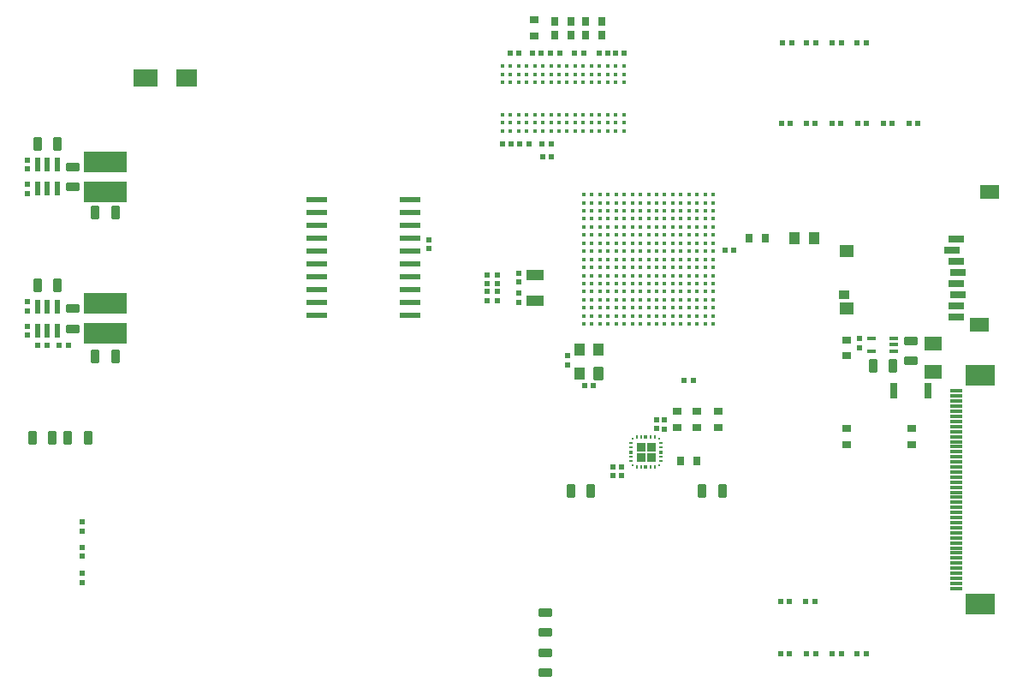
<source format=gbr>
G04 #@! TF.GenerationSoftware,KiCad,Pcbnew,(5.99.0-10577-g57d4347f00)*
G04 #@! TF.CreationDate,2021-05-20T13:19:23+03:00*
G04 #@! TF.ProjectId,imx6ull_tryout,696d7836-756c-46c5-9f74-72796f75742e,rev?*
G04 #@! TF.SameCoordinates,Original*
G04 #@! TF.FileFunction,Paste,Top*
G04 #@! TF.FilePolarity,Positive*
%FSLAX46Y46*%
G04 Gerber Fmt 4.6, Leading zero omitted, Abs format (unit mm)*
G04 Created by KiCad (PCBNEW (5.99.0-10577-g57d4347f00)) date 2021-05-20 13:19:23*
%MOMM*%
%LPD*%
G01*
G04 APERTURE LIST*
G04 Aperture macros list*
%AMRoundRect*
0 Rectangle with rounded corners*
0 $1 Rounding radius*
0 $2 $3 $4 $5 $6 $7 $8 $9 X,Y pos of 4 corners*
0 Add a 4 corners polygon primitive as box body*
4,1,4,$2,$3,$4,$5,$6,$7,$8,$9,$2,$3,0*
0 Add four circle primitives for the rounded corners*
1,1,$1+$1,$2,$3*
1,1,$1+$1,$4,$5*
1,1,$1+$1,$6,$7*
1,1,$1+$1,$8,$9*
0 Add four rect primitives between the rounded corners*
20,1,$1+$1,$2,$3,$4,$5,0*
20,1,$1+$1,$4,$5,$6,$7,0*
20,1,$1+$1,$6,$7,$8,$9,0*
20,1,$1+$1,$8,$9,$2,$3,0*%
G04 Aperture macros list end*
%ADD10C,0.010000*%
%ADD11RoundRect,0.050000X-0.200000X-0.225000X0.200000X-0.225000X0.200000X0.225000X-0.200000X0.225000X0*%
%ADD12RoundRect,0.070000X-0.280000X-0.380000X0.280000X-0.380000X0.280000X0.380000X-0.280000X0.380000X0*%
%ADD13RoundRect,0.050000X-0.225000X0.200000X-0.225000X-0.200000X0.225000X-0.200000X0.225000X0.200000X0*%
%ADD14R,0.800000X0.900000*%
%ADD15RoundRect,0.070000X0.380000X-0.280000X0.380000X0.280000X-0.380000X0.280000X-0.380000X-0.280000X0*%
%ADD16RoundRect,0.050000X0.225000X-0.200000X0.225000X0.200000X-0.225000X0.200000X-0.225000X-0.200000X0*%
%ADD17RoundRect,0.090000X0.360000X0.560000X-0.360000X0.560000X-0.360000X-0.560000X0.360000X-0.560000X0*%
%ADD18R,4.200000X2.000000*%
%ADD19R,1.700000X1.400000*%
%ADD20RoundRect,0.050000X0.200000X0.225000X-0.200000X0.225000X-0.200000X-0.225000X0.200000X-0.225000X0*%
%ADD21RoundRect,0.090000X-0.360000X-0.560000X0.360000X-0.560000X0.360000X0.560000X-0.360000X0.560000X0*%
%ADD22R,0.900000X0.800000*%
%ADD23C,0.430000*%
%ADD24RoundRect,0.110000X0.440000X-0.540000X0.440000X0.540000X-0.440000X0.540000X-0.440000X-0.540000X0*%
%ADD25R,1.100000X1.300000*%
%ADD26C,0.370000*%
%ADD27RoundRect,0.090000X-0.560000X0.360000X-0.560000X-0.360000X0.560000X-0.360000X0.560000X0.360000X0*%
%ADD28R,1.500000X0.800000*%
%ADD29R,1.000000X0.950000*%
%ADD30R,1.900000X1.400000*%
%ADD31R,1.400000X1.300000*%
%ADD32R,2.000000X0.600000*%
%ADD33R,0.800000X1.600000*%
%ADD34R,0.533000X1.473000*%
%ADD35R,0.900000X0.400000*%
%ADD36RoundRect,0.090000X0.560000X-0.360000X0.560000X0.360000X-0.560000X0.360000X-0.560000X-0.360000X0*%
%ADD37R,2.000000X1.750000*%
%ADD38R,2.400000X1.750000*%
%ADD39R,0.450000X0.200000*%
%ADD40R,0.450000X0.400000*%
%ADD41R,0.250000X0.250000*%
%ADD42R,0.200000X0.450000*%
%ADD43R,0.400000X0.450000*%
%ADD44R,1.250000X0.300000*%
%ADD45R,3.000000X2.000000*%
%ADD46R,1.800000X1.000000*%
G04 APERTURE END LIST*
D10*
X140540000Y-117040000D02*
X141295000Y-117040000D01*
X141295000Y-117040000D02*
X141295000Y-117795000D01*
X141295000Y-117795000D02*
X140540000Y-117795000D01*
X140540000Y-117795000D02*
X140540000Y-117040000D01*
G36*
X141295000Y-117795000D02*
G01*
X140540000Y-117795000D01*
X140540000Y-117040000D01*
X141295000Y-117040000D01*
X141295000Y-117795000D01*
G37*
X141295000Y-117795000D02*
X140540000Y-117795000D01*
X140540000Y-117040000D01*
X141295000Y-117040000D01*
X141295000Y-117795000D01*
X139585000Y-116085000D02*
X140340000Y-116085000D01*
X140340000Y-116085000D02*
X140340000Y-116840000D01*
X140340000Y-116840000D02*
X139585000Y-116840000D01*
X139585000Y-116840000D02*
X139585000Y-116085000D01*
G36*
X140340000Y-116840000D02*
G01*
X139585000Y-116840000D01*
X139585000Y-116085000D01*
X140340000Y-116085000D01*
X140340000Y-116840000D01*
G37*
X140340000Y-116840000D02*
X139585000Y-116840000D01*
X139585000Y-116085000D01*
X140340000Y-116085000D01*
X140340000Y-116840000D01*
X139585000Y-117040000D02*
X140340000Y-117040000D01*
X140340000Y-117040000D02*
X140340000Y-117795000D01*
X140340000Y-117795000D02*
X139585000Y-117795000D01*
X139585000Y-117795000D02*
X139585000Y-117040000D01*
G36*
X140340000Y-117795000D02*
G01*
X139585000Y-117795000D01*
X139585000Y-117040000D01*
X140340000Y-117040000D01*
X140340000Y-117795000D01*
G37*
X140340000Y-117795000D02*
X139585000Y-117795000D01*
X139585000Y-117040000D01*
X140340000Y-117040000D01*
X140340000Y-117795000D01*
X140540000Y-116085000D02*
X141295000Y-116085000D01*
X141295000Y-116085000D02*
X141295000Y-116840000D01*
X141295000Y-116840000D02*
X140540000Y-116840000D01*
X140540000Y-116840000D02*
X140540000Y-116085000D01*
G36*
X141295000Y-116840000D02*
G01*
X140540000Y-116840000D01*
X140540000Y-116085000D01*
X141295000Y-116085000D01*
X141295000Y-116840000D01*
G37*
X141295000Y-116840000D02*
X140540000Y-116840000D01*
X140540000Y-116085000D01*
X141295000Y-116085000D01*
X141295000Y-116840000D01*
D11*
X148250000Y-97000000D03*
X149150000Y-97000000D03*
X156250000Y-131700000D03*
X157150000Y-131700000D03*
D12*
X134450000Y-75750000D03*
X136050000Y-75750000D03*
D11*
X153950000Y-76500000D03*
X154850000Y-76500000D03*
D13*
X132700000Y-107450000D03*
X132700000Y-108350000D03*
D14*
X134450000Y-74350000D03*
X136050000Y-74350000D03*
D15*
X129400000Y-75850000D03*
X129400000Y-74250000D03*
D16*
X141515000Y-114640000D03*
X141515000Y-113740000D03*
D14*
X131450000Y-74350000D03*
X133050000Y-74350000D03*
D13*
X124750000Y-101100000D03*
X124750000Y-102000000D03*
X119000000Y-95950000D03*
X119000000Y-96850000D03*
D17*
X135000000Y-120750000D03*
X133000000Y-120750000D03*
D11*
X130210000Y-87800000D03*
X131110000Y-87800000D03*
D18*
X87000000Y-91250000D03*
X87000000Y-88250000D03*
D11*
X127950000Y-86500000D03*
X128850000Y-86500000D03*
D17*
X164891291Y-108400000D03*
X162891291Y-108400000D03*
D13*
X138000000Y-118390000D03*
X138000000Y-119290000D03*
D19*
X168828791Y-109000000D03*
X168828791Y-106200000D03*
D13*
X125750000Y-101100000D03*
X125750000Y-102000000D03*
D20*
X135250000Y-110400000D03*
X134350000Y-110400000D03*
D21*
X146000000Y-120750000D03*
X148000000Y-120750000D03*
D22*
X147600000Y-112900000D03*
X147600000Y-114500000D03*
D13*
X137200000Y-118390000D03*
X137200000Y-119290000D03*
D23*
X126250000Y-85200000D03*
X126250000Y-84400000D03*
X126250000Y-83600000D03*
X126250000Y-80400000D03*
X126250000Y-79600000D03*
X126250000Y-78800000D03*
X127050000Y-85200000D03*
X127050000Y-84400000D03*
X127050000Y-83600000D03*
X127050000Y-80400000D03*
X127050000Y-79600000D03*
X127050000Y-78800000D03*
X127850000Y-85200000D03*
X127850000Y-84400000D03*
X127850000Y-83600000D03*
X127850000Y-80400000D03*
X127850000Y-79600000D03*
X127850000Y-78800000D03*
X128650000Y-85200000D03*
X128650000Y-84400000D03*
X128650000Y-83600000D03*
X128650000Y-80400000D03*
X128650000Y-79600000D03*
X128650000Y-78800000D03*
X129450000Y-85200000D03*
X129450000Y-84400000D03*
X129450000Y-83600000D03*
X129450000Y-80400000D03*
X129450000Y-79600000D03*
X129450000Y-78800000D03*
X130250000Y-85200000D03*
X130250000Y-84400000D03*
X130250000Y-83600000D03*
X130250000Y-80400000D03*
X130250000Y-79600000D03*
X130250000Y-78800000D03*
X131050000Y-85200000D03*
X131050000Y-84400000D03*
X131050000Y-83600000D03*
X131050000Y-80400000D03*
X131050000Y-79600000D03*
X131050000Y-78800000D03*
X131850000Y-85200000D03*
X131850000Y-84400000D03*
X131850000Y-83600000D03*
X131850000Y-80400000D03*
X131850000Y-79600000D03*
X131850000Y-78800000D03*
X132650000Y-85200000D03*
X132650000Y-84400000D03*
X132650000Y-83600000D03*
X132650000Y-80400000D03*
X132650000Y-79600000D03*
X132650000Y-78800000D03*
X133450000Y-85200000D03*
X133450000Y-84400000D03*
X133450000Y-83600000D03*
X133450000Y-80400000D03*
X133450000Y-79600000D03*
X133450000Y-78800000D03*
X134250000Y-85200000D03*
X134250000Y-84400000D03*
X134250000Y-83600000D03*
X134250000Y-80400000D03*
X134250000Y-79600000D03*
X134250000Y-78800000D03*
X135050000Y-85200000D03*
X135050000Y-84400000D03*
X135050000Y-83600000D03*
X135050000Y-80400000D03*
X135050000Y-79600000D03*
X135050000Y-78800000D03*
X135850000Y-85200000D03*
X135850000Y-84400000D03*
X135850000Y-83600000D03*
X135850000Y-80400000D03*
X135850000Y-79600000D03*
X135850000Y-78800000D03*
X136650000Y-85200000D03*
X136650000Y-84400000D03*
X136650000Y-83600000D03*
X136650000Y-80400000D03*
X136650000Y-79600000D03*
X136650000Y-78800000D03*
X137450000Y-85200000D03*
X137450000Y-84400000D03*
X137450000Y-83600000D03*
X137450000Y-80400000D03*
X137450000Y-79600000D03*
X137450000Y-78800000D03*
X138250000Y-85200000D03*
X138250000Y-84400000D03*
X138250000Y-83600000D03*
X138250000Y-80400000D03*
X138250000Y-79600000D03*
X138250000Y-78800000D03*
D20*
X164812500Y-84500000D03*
X163912500Y-84500000D03*
D15*
X160328791Y-107450000D03*
X160328791Y-105850000D03*
D20*
X145150000Y-109900000D03*
X144250000Y-109900000D03*
D11*
X153750000Y-131700000D03*
X154650000Y-131700000D03*
X80308500Y-106433500D03*
X81208500Y-106433500D03*
D24*
X135750000Y-109150000D03*
D25*
X135750000Y-106850000D03*
X133850000Y-106850000D03*
X133850000Y-109150000D03*
D26*
X147100000Y-91500000D03*
X147100000Y-92300000D03*
X147100000Y-93100000D03*
X147100000Y-93900000D03*
X147100000Y-94700000D03*
X147100000Y-95500000D03*
X147100000Y-96300000D03*
X147100000Y-97100000D03*
X147100000Y-97900000D03*
X147100000Y-98700000D03*
X147100000Y-99500000D03*
X147100000Y-100300000D03*
X147100000Y-101100000D03*
X147100000Y-101900000D03*
X147100000Y-102700000D03*
X147100000Y-103500000D03*
X147100000Y-104300000D03*
X146300000Y-91500000D03*
X146300000Y-92300000D03*
X146300000Y-93100000D03*
X146300000Y-93900000D03*
X146300000Y-94700000D03*
X146300000Y-95500000D03*
X146300000Y-96300000D03*
X146300000Y-97100000D03*
X146300000Y-97900000D03*
X146300000Y-98700000D03*
X146300000Y-99500000D03*
X146300000Y-100300000D03*
X146300000Y-101100000D03*
X146300000Y-101900000D03*
X146300000Y-102700000D03*
X146300000Y-103500000D03*
X146300000Y-104300000D03*
X145500000Y-91500000D03*
X145500000Y-92300000D03*
X145500000Y-93100000D03*
X145500000Y-93900000D03*
X145500000Y-94700000D03*
X145500000Y-95500000D03*
X145500000Y-96300000D03*
X145500000Y-97100000D03*
X145500000Y-97900000D03*
X145500000Y-98700000D03*
X145500000Y-99500000D03*
X145500000Y-100300000D03*
X145500000Y-101100000D03*
X145500000Y-101900000D03*
X145500000Y-102700000D03*
X145500000Y-103500000D03*
X145500000Y-104300000D03*
X144700000Y-91500000D03*
X144700000Y-92300000D03*
X144700000Y-93100000D03*
X144700000Y-93900000D03*
X144700000Y-94700000D03*
X144700000Y-95500000D03*
X144700000Y-96300000D03*
X144700000Y-97100000D03*
X144700000Y-97900000D03*
X144700000Y-98700000D03*
X144700000Y-99500000D03*
X144700000Y-100300000D03*
X144700000Y-101100000D03*
X144700000Y-101900000D03*
X144700000Y-102700000D03*
X144700000Y-103500000D03*
X144700000Y-104300000D03*
X143900000Y-91500000D03*
X143900000Y-92300000D03*
X143900000Y-93100000D03*
X143900000Y-93900000D03*
X143900000Y-94700000D03*
X143900000Y-95500000D03*
X143900000Y-96300000D03*
X143900000Y-97100000D03*
X143900000Y-97900000D03*
X143900000Y-98700000D03*
X143900000Y-99500000D03*
X143900000Y-100300000D03*
X143900000Y-101100000D03*
X143900000Y-101900000D03*
X143900000Y-102700000D03*
X143900000Y-103500000D03*
X143900000Y-104300000D03*
X143100000Y-91500000D03*
X143100000Y-92300000D03*
X143100000Y-93100000D03*
X143100000Y-93900000D03*
X143100000Y-94700000D03*
X143100000Y-95500000D03*
X143100000Y-96300000D03*
X143100000Y-97100000D03*
X143100000Y-97900000D03*
X143100000Y-98700000D03*
X143100000Y-99500000D03*
X143100000Y-100300000D03*
X143100000Y-101100000D03*
X143100000Y-101900000D03*
X143100000Y-102700000D03*
X143100000Y-103500000D03*
X143100000Y-104300000D03*
X142300000Y-91500000D03*
X142300000Y-92300000D03*
X142300000Y-93100000D03*
X142300000Y-93900000D03*
X142300000Y-94700000D03*
X142300000Y-95500000D03*
X142300000Y-96300000D03*
X142300000Y-97100000D03*
X142300000Y-97900000D03*
X142300000Y-98700000D03*
X142300000Y-99500000D03*
X142300000Y-100300000D03*
X142300000Y-101100000D03*
X142300000Y-101900000D03*
X142300000Y-102700000D03*
X142300000Y-103500000D03*
X142300000Y-104300000D03*
X141500000Y-91500000D03*
X141500000Y-92300000D03*
X141500000Y-93100000D03*
X141500000Y-93900000D03*
X141500000Y-94700000D03*
X141500000Y-95500000D03*
X141500000Y-96300000D03*
X141500000Y-97100000D03*
X141500000Y-97900000D03*
X141500000Y-98700000D03*
X141500000Y-99500000D03*
X141500000Y-100300000D03*
X141500000Y-101100000D03*
X141500000Y-101900000D03*
X141500000Y-102700000D03*
X141500000Y-103500000D03*
X141500000Y-104300000D03*
X140700000Y-91500000D03*
X140700000Y-92300000D03*
X140700000Y-93100000D03*
X140700000Y-93900000D03*
X140700000Y-94700000D03*
X140700000Y-95500000D03*
X140700000Y-96300000D03*
X140700000Y-97100000D03*
X140700000Y-97900000D03*
X140700000Y-98700000D03*
X140700000Y-99500000D03*
X140700000Y-100300000D03*
X140700000Y-101100000D03*
X140700000Y-101900000D03*
X140700000Y-102700000D03*
X140700000Y-103500000D03*
X140700000Y-104300000D03*
X139900000Y-91500000D03*
X139900000Y-92300000D03*
X139900000Y-93100000D03*
X139900000Y-93900000D03*
X139900000Y-94700000D03*
X139900000Y-95500000D03*
X139900000Y-96300000D03*
X139900000Y-97100000D03*
X139900000Y-97900000D03*
X139900000Y-98700000D03*
X139900000Y-99500000D03*
X139900000Y-100300000D03*
X139900000Y-101100000D03*
X139900000Y-101900000D03*
X139900000Y-102700000D03*
X139900000Y-103500000D03*
X139900000Y-104300000D03*
X139100000Y-91500000D03*
X139100000Y-92300000D03*
X139100000Y-93100000D03*
X139100000Y-93900000D03*
X139100000Y-94700000D03*
X139100000Y-95500000D03*
X139100000Y-96300000D03*
X139100000Y-97100000D03*
X139100000Y-97900000D03*
X139100000Y-98700000D03*
X139100000Y-99500000D03*
X139100000Y-100300000D03*
X139100000Y-101100000D03*
X139100000Y-101900000D03*
X139100000Y-102700000D03*
X139100000Y-103500000D03*
X139100000Y-104300000D03*
X138300000Y-91500000D03*
X138300000Y-92300000D03*
X138300000Y-93100000D03*
X138300000Y-93900000D03*
X138300000Y-94700000D03*
X138300000Y-95500000D03*
X138300000Y-96300000D03*
X138300000Y-97100000D03*
X138300000Y-97900000D03*
X138300000Y-98700000D03*
X138300000Y-99500000D03*
X138300000Y-100300000D03*
X138300000Y-101100000D03*
X138300000Y-101900000D03*
X138300000Y-102700000D03*
X138300000Y-103500000D03*
X138300000Y-104300000D03*
X137500000Y-91500000D03*
X137500000Y-92300000D03*
X137500000Y-93100000D03*
X137500000Y-93900000D03*
X137500000Y-94700000D03*
X137500000Y-95500000D03*
X137500000Y-96300000D03*
X137500000Y-97100000D03*
X137500000Y-97900000D03*
X137500000Y-98700000D03*
X137500000Y-99500000D03*
X137500000Y-100300000D03*
X137500000Y-101100000D03*
X137500000Y-101900000D03*
X137500000Y-102700000D03*
X137500000Y-103500000D03*
X137500000Y-104300000D03*
X136700000Y-91500000D03*
X136700000Y-92300000D03*
X136700000Y-93100000D03*
X136700000Y-93900000D03*
X136700000Y-94700000D03*
X136700000Y-95500000D03*
X136700000Y-96300000D03*
X136700000Y-97100000D03*
X136700000Y-97900000D03*
X136700000Y-98700000D03*
X136700000Y-99500000D03*
X136700000Y-100300000D03*
X136700000Y-101100000D03*
X136700000Y-101900000D03*
X136700000Y-102700000D03*
X136700000Y-103500000D03*
X136700000Y-104300000D03*
X135900000Y-91500000D03*
X135900000Y-92300000D03*
X135900000Y-93100000D03*
X135900000Y-93900000D03*
X135900000Y-94700000D03*
X135900000Y-95500000D03*
X135900000Y-96300000D03*
X135900000Y-97100000D03*
X135900000Y-97900000D03*
X135900000Y-98700000D03*
X135900000Y-99500000D03*
X135900000Y-100300000D03*
X135900000Y-101100000D03*
X135900000Y-101900000D03*
X135900000Y-102700000D03*
X135900000Y-103500000D03*
X135900000Y-104300000D03*
X135100000Y-91500000D03*
X135100000Y-92300000D03*
X135100000Y-93100000D03*
X135100000Y-93900000D03*
X135100000Y-94700000D03*
X135100000Y-95500000D03*
X135100000Y-96300000D03*
X135100000Y-97100000D03*
X135100000Y-97900000D03*
X135100000Y-98700000D03*
X135100000Y-99500000D03*
X135100000Y-100300000D03*
X135100000Y-101100000D03*
X135100000Y-101900000D03*
X135100000Y-102700000D03*
X135100000Y-103500000D03*
X135100000Y-104300000D03*
X134300000Y-91500000D03*
X134300000Y-92300000D03*
X134300000Y-93100000D03*
X134300000Y-93900000D03*
X134300000Y-94700000D03*
X134300000Y-95500000D03*
X134300000Y-96300000D03*
X134300000Y-97100000D03*
X134300000Y-97900000D03*
X134300000Y-98700000D03*
X134300000Y-99500000D03*
X134300000Y-100300000D03*
X134300000Y-101100000D03*
X134300000Y-101900000D03*
X134300000Y-102700000D03*
X134300000Y-103500000D03*
X134300000Y-104300000D03*
D20*
X131900000Y-77530000D03*
X131000000Y-77530000D03*
D27*
X166649916Y-105950000D03*
X166649916Y-107950000D03*
D11*
X130200000Y-86500000D03*
X131100000Y-86500000D03*
X156350000Y-76500000D03*
X157250000Y-76500000D03*
D20*
X127900000Y-77500000D03*
X127000000Y-77500000D03*
D21*
X79750000Y-115500000D03*
X81750000Y-115500000D03*
D11*
X153850000Y-84500000D03*
X154750000Y-84500000D03*
D16*
X127890000Y-102170000D03*
X127890000Y-101270000D03*
D11*
X153750000Y-136900000D03*
X154650000Y-136900000D03*
X137400000Y-77500000D03*
X138300000Y-77500000D03*
D13*
X125750000Y-99420000D03*
X125750000Y-100320000D03*
D11*
X158850000Y-76500000D03*
X159750000Y-76500000D03*
X158850000Y-136900000D03*
X159750000Y-136900000D03*
D27*
X130490000Y-132770000D03*
X130490000Y-134770000D03*
X130490000Y-136770000D03*
X130490000Y-138770000D03*
D22*
X145500000Y-112890000D03*
X145500000Y-114490000D03*
D12*
X131450000Y-75750000D03*
X133050000Y-75750000D03*
D18*
X87000000Y-105250000D03*
X87000000Y-102250000D03*
D16*
X84700000Y-127250000D03*
X84700000Y-126350000D03*
D21*
X80250000Y-100500000D03*
X82250000Y-100500000D03*
D13*
X79250000Y-102082500D03*
X79250000Y-102982500D03*
D28*
X171120000Y-95872499D03*
X170720000Y-96972499D03*
X171120000Y-98072499D03*
X171320000Y-99172499D03*
X171120000Y-100272499D03*
X171320000Y-101372499D03*
X171120000Y-102472499D03*
X171120000Y-103572499D03*
D29*
X160060000Y-101372499D03*
D30*
X174410000Y-91212499D03*
D31*
X160260000Y-102762499D03*
D30*
X173410000Y-104362499D03*
D31*
X160260000Y-97062499D03*
D16*
X161582666Y-106650000D03*
X161582666Y-105750000D03*
D14*
X150670000Y-95800000D03*
X152270000Y-95800000D03*
D32*
X107850000Y-91959553D03*
X107850000Y-93229553D03*
X107850000Y-94499553D03*
X107850000Y-95769553D03*
X107850000Y-97039553D03*
X107850000Y-98309553D03*
X107850000Y-99579553D03*
X107850000Y-100849553D03*
X107850000Y-102119553D03*
X107850000Y-103389553D03*
X117150000Y-103389553D03*
X117150000Y-102119553D03*
X117150000Y-100849553D03*
X117150000Y-99579553D03*
X117150000Y-98309553D03*
X117150000Y-97039553D03*
X117150000Y-95769553D03*
X117150000Y-94499553D03*
X117150000Y-93229553D03*
X117150000Y-91959553D03*
D11*
X161350000Y-76500000D03*
X162250000Y-76500000D03*
D33*
X164978791Y-110900000D03*
X168378791Y-110900000D03*
D11*
X135800000Y-77500000D03*
X136700000Y-77500000D03*
D16*
X84700000Y-129850000D03*
X84700000Y-128950000D03*
D13*
X79250000Y-104517500D03*
X79250000Y-105417500D03*
D34*
X82200000Y-102569000D03*
X81250000Y-102569000D03*
X80300000Y-102569000D03*
X80300000Y-104931000D03*
X81250000Y-104931000D03*
X82200000Y-104931000D03*
D14*
X143900000Y-117790000D03*
X145500000Y-117790000D03*
D20*
X159737500Y-84500000D03*
X158837500Y-84500000D03*
D21*
X80250000Y-86500000D03*
X82250000Y-86500000D03*
D35*
X164991291Y-107000000D03*
X164991291Y-106350000D03*
X164991291Y-105700000D03*
X162791291Y-105700000D03*
X162791291Y-107000000D03*
D36*
X83750000Y-90750000D03*
X83750000Y-88750000D03*
D20*
X167350000Y-84500000D03*
X166450000Y-84500000D03*
D13*
X127890000Y-99270000D03*
X127890000Y-100170000D03*
D37*
X95000000Y-80000000D03*
D38*
X91000000Y-80000000D03*
D22*
X143510000Y-112890000D03*
X143510000Y-114490000D03*
D11*
X161350000Y-136900000D03*
X162250000Y-136900000D03*
D21*
X86000000Y-93250000D03*
X88000000Y-93250000D03*
D13*
X84700000Y-123850000D03*
X84700000Y-124750000D03*
D22*
X160328791Y-116200000D03*
X160328791Y-114600000D03*
D39*
X138965000Y-116040000D03*
X138965000Y-116440000D03*
D40*
X138965000Y-116940000D03*
D39*
X138965000Y-117440000D03*
X138965000Y-117840000D03*
D41*
X139115000Y-118265000D03*
D42*
X139540000Y-118415000D03*
X139940000Y-118415000D03*
D43*
X140440000Y-118415000D03*
D42*
X140940000Y-118415000D03*
X141340000Y-118415000D03*
D41*
X141765000Y-118265000D03*
D39*
X141915000Y-117840000D03*
X141915000Y-117440000D03*
D40*
X141915000Y-116940000D03*
D39*
X141915000Y-116440000D03*
X141915000Y-116040000D03*
D41*
X141765000Y-115615000D03*
D42*
X141340000Y-115465000D03*
X140940000Y-115465000D03*
D43*
X140440000Y-115465000D03*
D42*
X139940000Y-115465000D03*
X139540000Y-115465000D03*
D41*
X139115000Y-115615000D03*
D25*
X155114999Y-95800000D03*
X157114999Y-95800000D03*
D20*
X162275000Y-84500000D03*
X161375000Y-84500000D03*
D11*
X82400000Y-106433500D03*
X83300000Y-106433500D03*
X129200000Y-77500000D03*
X130100000Y-77500000D03*
D20*
X134300000Y-77500000D03*
X133400000Y-77500000D03*
D16*
X142300000Y-114650000D03*
X142300000Y-113750000D03*
D13*
X124750000Y-99440000D03*
X124750000Y-100340000D03*
D44*
X171148791Y-110921209D03*
X171148791Y-111421209D03*
X171148791Y-111921209D03*
X171148791Y-112421209D03*
X171148791Y-112921209D03*
X171148791Y-113421209D03*
X171148791Y-113921209D03*
X171148791Y-114421209D03*
X171148791Y-114921209D03*
X171148791Y-115421209D03*
X171148791Y-115921209D03*
X171148791Y-116421209D03*
X171148791Y-116921209D03*
X171148791Y-117421209D03*
X171148791Y-117921209D03*
X171148791Y-118421209D03*
X171148791Y-118921209D03*
X171148791Y-119421209D03*
X171148791Y-119921209D03*
X171148791Y-120421209D03*
X171148791Y-120921209D03*
X171148791Y-121421209D03*
X171148791Y-121921209D03*
X171148791Y-122421209D03*
X171148791Y-122921209D03*
X171148791Y-123421209D03*
X171148791Y-123921209D03*
X171148791Y-124421209D03*
X171148791Y-124921209D03*
X171148791Y-125421209D03*
X171148791Y-125921209D03*
X171148791Y-126421209D03*
X171148791Y-126921209D03*
X171148791Y-127421209D03*
X171148791Y-127921209D03*
X171148791Y-128421209D03*
X171148791Y-128921209D03*
X171148791Y-129421209D03*
X171148791Y-129921209D03*
X171148791Y-130421209D03*
D45*
X173473791Y-109381209D03*
X173473791Y-131961209D03*
D20*
X157200000Y-84500000D03*
X156300000Y-84500000D03*
D17*
X85250000Y-115500000D03*
X83250000Y-115500000D03*
D34*
X82200000Y-88569000D03*
X81250000Y-88569000D03*
X80300000Y-88569000D03*
X80300000Y-90931000D03*
X81250000Y-90931000D03*
X82200000Y-90931000D03*
D13*
X79250000Y-90517500D03*
X79250000Y-91417500D03*
D11*
X156350000Y-136900000D03*
X157250000Y-136900000D03*
D22*
X166700000Y-116200000D03*
X166700000Y-114600000D03*
D13*
X79250000Y-88082500D03*
X79250000Y-88982500D03*
D21*
X86000000Y-107500000D03*
X88000000Y-107500000D03*
D36*
X83750000Y-104750000D03*
X83750000Y-102750000D03*
D11*
X126250000Y-86500000D03*
X127150000Y-86500000D03*
D46*
X129490000Y-101970000D03*
X129490000Y-99470000D03*
M02*

</source>
